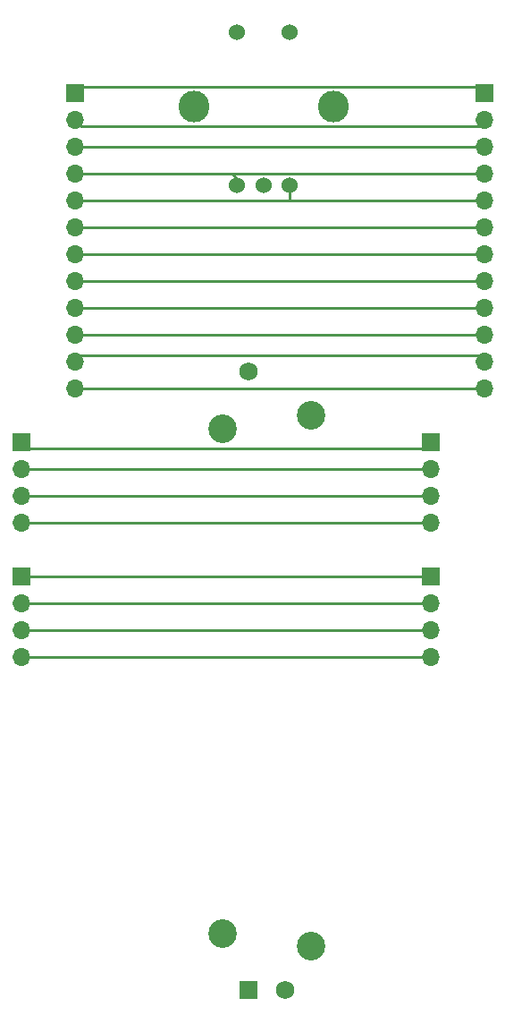
<source format=gbr>
%TF.GenerationSoftware,KiCad,Pcbnew,7.0.7*%
%TF.CreationDate,2023-10-20T22:21:11-07:00*%
%TF.ProjectId,etchascope-pcb,65746368-6173-4636-9f70-652d7063622e,rev?*%
%TF.SameCoordinates,Original*%
%TF.FileFunction,Copper,L2,Bot*%
%TF.FilePolarity,Positive*%
%FSLAX46Y46*%
G04 Gerber Fmt 4.6, Leading zero omitted, Abs format (unit mm)*
G04 Created by KiCad (PCBNEW 7.0.7) date 2023-10-20 22:21:11*
%MOMM*%
%LPD*%
G01*
G04 APERTURE LIST*
%TA.AperFunction,ComponentPad*%
%ADD10R,1.700000X1.700000*%
%TD*%
%TA.AperFunction,ComponentPad*%
%ADD11O,1.700000X1.700000*%
%TD*%
%TA.AperFunction,ComponentPad*%
%ADD12C,1.524000*%
%TD*%
%TA.AperFunction,ComponentPad*%
%ADD13O,2.900000X3.000000*%
%TD*%
%TA.AperFunction,ComponentPad*%
%ADD14R,1.750000X1.750000*%
%TD*%
%TA.AperFunction,ComponentPad*%
%ADD15C,1.750000*%
%TD*%
%TA.AperFunction,ComponentPad*%
%ADD16C,2.700000*%
%TD*%
%TA.AperFunction,Conductor*%
%ADD17C,0.250000*%
%TD*%
G04 APERTURE END LIST*
D10*
%TO.P,J3,1,3V3*%
%TO.N,VSS*%
X167625000Y-85772963D03*
X167625000Y-98472963D03*
X172705000Y-52752963D03*
X172705000Y-52752963D03*
D11*
%TO.P,J3,2,SDA*%
%TO.N,/SDA*%
X167625000Y-88312963D03*
X167625000Y-101012963D03*
X172705000Y-55292963D03*
X172705000Y-55292963D03*
%TO.P,J3,3,SCL*%
%TO.N,/SCL*%
X167625000Y-90852963D03*
X167625000Y-103552963D03*
X172705000Y-57832963D03*
X172705000Y-57832963D03*
%TO.P,J3,4,GP26*%
%TO.N,/GP26*%
X167625000Y-93392963D03*
X167625000Y-106092963D03*
X172705000Y-60372963D03*
X172705000Y-60372963D03*
%TO.P,J3,5,GP27*%
%TO.N,/GP27*%
X172705000Y-62912963D03*
X172705000Y-62912963D03*
%TO.P,J3,6,GP28*%
%TO.N,/GP28*%
X172705000Y-65452963D03*
X172705000Y-65452963D03*
%TO.P,J3,7,DGND*%
%TO.N,GNDD*%
X172705000Y-67992963D03*
X172705000Y-67992963D03*
%TO.P,J3,8,IN3*%
%TO.N,/IN3*%
X172705000Y-70532963D03*
X172705000Y-70532963D03*
%TO.P,J3,9,IN4*%
%TO.N,/IN4*%
X172705000Y-73072963D03*
X172705000Y-73072963D03*
%TO.P,J3,10,OUT3*%
%TO.N,/OUT3*%
X172705000Y-75612963D03*
X172705000Y-75612963D03*
%TO.P,J3,11,OUT4*%
%TO.N,/OUT4*%
X172705000Y-78152963D03*
X172705000Y-78152963D03*
%TO.P,J3,12,AGND*%
%TO.N,GNDA*%
X172705000Y-80692963D03*
X172705000Y-80692963D03*
%TD*%
D10*
%TO.P,J2,1,3V3*%
%TO.N,VSS*%
X128825000Y-85772963D03*
X128825000Y-98472963D03*
X133905000Y-52752963D03*
X133905000Y-52752963D03*
D11*
%TO.P,J2,2,SDA*%
%TO.N,/SDA*%
X128825000Y-88312963D03*
X128825000Y-101012963D03*
X133905000Y-55292963D03*
X133905000Y-55292963D03*
%TO.P,J2,3,SCL*%
%TO.N,/SCL*%
X128825000Y-90852963D03*
X128825000Y-103552963D03*
X133905000Y-57832963D03*
X133905000Y-57832963D03*
%TO.P,J2,4,GP26*%
%TO.N,/GP26*%
X128825000Y-93392963D03*
X128825000Y-106092963D03*
X133905000Y-60372963D03*
X133905000Y-60372963D03*
%TO.P,J2,5,GP27*%
%TO.N,/GP27*%
X133905000Y-62912963D03*
X133905000Y-62912963D03*
%TO.P,J2,6,GP28*%
%TO.N,/GP28*%
X133905000Y-65452963D03*
X133905000Y-65452963D03*
%TO.P,J2,7,DGND*%
%TO.N,GNDD*%
X133905000Y-67992963D03*
X133905000Y-67992963D03*
%TO.P,J2,8,IN3*%
%TO.N,/IN3*%
X133905000Y-70532963D03*
X133905000Y-70532963D03*
%TO.P,J2,9,IN4*%
%TO.N,/IN4*%
X133905000Y-73072963D03*
X133905000Y-73072963D03*
%TO.P,J2,10,OUT3*%
%TO.N,/OUT3*%
X133905000Y-75612963D03*
X133905000Y-75612963D03*
%TO.P,J2,11,OUT4*%
%TO.N,/OUT4*%
X133905000Y-78152963D03*
X133905000Y-78152963D03*
%TO.P,J2,12,AGND*%
%TO.N,GNDA*%
X133905000Y-80692963D03*
X133905000Y-80692963D03*
%TD*%
D12*
%TO.P,SW1,A,A*%
%TO.N,/GP26*%
X149305000Y-61490000D03*
%TO.P,SW1,B,B*%
%TO.N,/GP27*%
X154305000Y-61490000D03*
%TO.P,SW1,C,C*%
%TO.N,GNDD*%
X151805000Y-61490000D03*
%TO.P,SW1,S1,S1*%
%TO.N,/GP28*%
X149305000Y-46990000D03*
%TO.P,SW1,S2,S2*%
%TO.N,GNDD*%
X154305000Y-46990000D03*
D13*
%TO.P,SW1,SH*%
%TO.N,N/C*%
X145205000Y-53990000D03*
X158405000Y-53990000D03*
%TD*%
D14*
%TO.P,RV1,1,1*%
%TO.N,GNDA*%
X150355000Y-137609000D03*
D15*
%TO.P,RV1,2,2*%
%TO.N,/IN3*%
X153855000Y-137609000D03*
%TO.P,RV1,3,3*%
%TO.N,VSS*%
X150355000Y-79109000D03*
D16*
%TO.P,RV1,MP*%
%TO.N,N/C*%
X156305000Y-133459000D03*
X147905000Y-132259000D03*
X147905000Y-84459000D03*
X156305000Y-83259000D03*
%TD*%
D17*
%TO.N,/GP26*%
X128825000Y-93392963D02*
X167625000Y-93392963D01*
%TO.N,VSS*%
X172121989Y-52169952D02*
X134488011Y-52169952D01*
X172705000Y-52752963D02*
X172121989Y-52169952D01*
X134488011Y-52169952D02*
X133905000Y-52752963D01*
%TO.N,GNDD*%
X172705000Y-67992963D02*
X133905000Y-67992963D01*
%TO.N,/IN4*%
X172705000Y-73072963D02*
X133905000Y-73072963D01*
%TO.N,/IN3*%
X133905000Y-70532963D02*
X172705000Y-70532963D01*
%TO.N,/GP28*%
X133905000Y-65452963D02*
X172705000Y-65452963D01*
%TO.N,/GP27*%
X172705000Y-62912963D02*
X154178000Y-62912963D01*
X154305000Y-61490000D02*
X154305000Y-62785963D01*
X154178000Y-62912963D02*
X133905000Y-62912963D01*
X154305000Y-62785963D02*
X154178000Y-62912963D01*
%TO.N,/GP26*%
X149305000Y-60833963D02*
X148844000Y-60372963D01*
X149305000Y-61490000D02*
X149305000Y-60833963D01*
X133905000Y-60372963D02*
X148844000Y-60372963D01*
X148844000Y-60372963D02*
X172705000Y-60372963D01*
%TO.N,/SCL*%
X172705000Y-57832963D02*
X133905000Y-57832963D01*
%TO.N,/SDA*%
X134503568Y-55891531D02*
X172106432Y-55891531D01*
X172106432Y-55891531D02*
X172705000Y-55292963D01*
X133905000Y-55292963D02*
X134503568Y-55891531D01*
%TO.N,GNDA*%
X172705000Y-80692963D02*
X133905000Y-80692963D01*
%TO.N,/SCL*%
X167625000Y-103552963D02*
X128825000Y-103552963D01*
%TO.N,/SDA*%
X128825000Y-101012963D02*
X167625000Y-101012963D01*
%TO.N,/SCL*%
X167625000Y-90852963D02*
X128825000Y-90852963D01*
%TO.N,/SDA*%
X128825000Y-88312963D02*
X167625000Y-88312963D01*
%TO.N,/OUT4*%
X134503568Y-77554395D02*
X133905000Y-78152963D01*
X172106432Y-77554395D02*
X134503568Y-77554395D01*
X172705000Y-78152963D02*
X172106432Y-77554395D01*
%TO.N,/OUT3*%
X133905000Y-75612963D02*
X172705000Y-75612963D01*
%TO.N,/GP26*%
X128825000Y-106092963D02*
X167625000Y-106092963D01*
%TO.N,VSS*%
X167625000Y-98472963D02*
X128825000Y-98472963D01*
X167067963Y-86330000D02*
X129382037Y-86330000D01*
X167625000Y-85772963D02*
X167067963Y-86330000D01*
X129382037Y-86330000D02*
X128825000Y-85772963D01*
%TD*%
M02*

</source>
